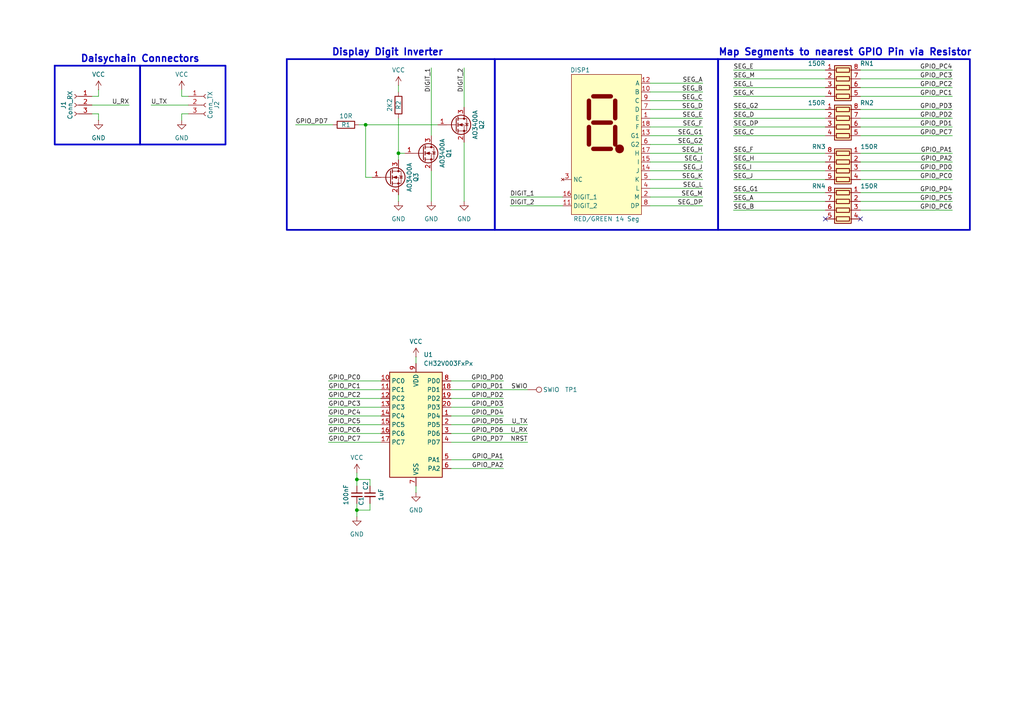
<source format=kicad_sch>
(kicad_sch (version 20231120) (generator "eeschema") (generator_version "8.0")
  (paper "A4")
  (title_block (title "00314S2D-ASCII") (date "2024-09-15") (rev "MkI"))
  (lib_symbols
    (symbol "14_Seg_2_Digit_Display:14_Seg_2_Digit_Display"
      (property "Reference" "DISP" (at -8.128 21.336 0))
      (symbol "14_Seg_2_Digit_Display_1_1"
        (rectangle (start -10.16 20.32) (end 10.16 -20.32) (fill (type background)))
        (polyline (pts (xy -5.08 5.08) (xy -5.08 0)) (stroke (width 1.27)))
        (polyline (pts (xy -5.08 12.7) (xy -5.08 7.62)) (stroke (width 1.27)))
        (polyline (pts (xy -3.81 -1.27) (xy 1.27 -1.27)) (stroke (width 1.27)))
        (polyline (pts (xy -3.81 13.97) (xy 1.27 13.97)) (stroke (width 1.27)))
        (polyline (pts (xy 1.27 6.35) (xy -3.81 6.35)) (stroke (width 1.27)))
        (polyline (pts (xy 2.54 0) (xy 2.54 5.08)) (stroke (width 1.27)))
        (polyline (pts (xy 2.54 12.7) (xy 2.54 7.62)) (stroke (width 1.27)))
        (circle (center 3.81 -1.27) (radius 0.0001) (stroke (width 1.27)))
        (pin input line (at 12.7 7.62 180) (length 2.54) (name "E") (number "1"))
        (pin input line (at 12.7 15.24 180) (length 2.54) (name "B") (number "10"))
        (pin input line (at -12.7 -17.78 0) (length 2.54) (name "DIGIT_2") (number "11"))
        (pin input line (at 12.7 17.78 180) (length 2.54) (name "A") (number "12"))
        (pin input line (at 12.7 2.54 180) (length 2.54) (name "G1") (number "13"))
        (pin input line (at 12.7 -7.62 180) (length 2.54) (name "J") (number "14"))
        (pin input line (at 12.7 -5.08 180) (length 2.54) (name "I") (number "15"))
        (pin input line (at -12.7 -15.24 0) (length 2.54) (name "DIGIT_1") (number "16"))
        (pin input line (at 12.7 -2.54 180) (length 2.54) (name "H") (number "17"))
        (pin input line (at 12.7 5.08 180) (length 2.54) (name "F") (number "18"))
        (pin input line (at 12.7 -15.24 180) (length 2.54) (name "M") (number "2"))
        (pin no_connect line (at -12.7 -10.16 0) (length 2.54) (name "NC") (number "3"))
        (pin input line (at 12.7 -12.7 180) (length 2.54) (name "L") (number "4"))
        (pin input line (at 12.7 -10.16 180) (length 2.54) (name "K") (number "5"))
        (pin input line (at 12.7 0 180) (length 2.54) (name "G2") (number "6"))
        (pin input line (at 12.7 10.16 180) (length 2.54) (name "D") (number "7"))
        (pin input line (at 12.7 -17.78 180) (length 2.54) (name "DP") (number "8"))
        (pin input line (at 12.7 12.7 180) (length 2.54) (name "C") (number "9"))
      )
    )
    (symbol "Connector:Conn_01x03_Socket" (pin_names (offset 1.016) hide)
      (property "Reference" "J" (at 0 5.08 0))
      (property "Value" "Conn_01x03_Socket" (at 0 -5.08 0))
      (symbol "Conn_01x03_Socket_1_1"
        (arc (start 0 -2.032) (mid -0.5058 -2.54) (end 0 -3.048) (stroke (width 0.1524)))
        (polyline (pts (xy -1.27 -2.54) (xy -0.508 -2.54)) (stroke (width 0.1524)))
        (polyline (pts (xy -1.27 0) (xy -0.508 0)) (stroke (width 0.1524)))
        (polyline (pts (xy -1.27 2.54) (xy -0.508 2.54)) (stroke (width 0.1524)))
        (arc (start 0 0.508) (mid -0.5058 0) (end 0 -0.508) (stroke (width 0.1524)))
        (arc (start 0 3.048) (mid -0.5058 2.54) (end 0 2.032) (stroke (width 0.1524)))
        (pin passive line (at -5.08 2.54 0) (length 3.81) (name "Pin_1") (number "1"))
        (pin passive line (at -5.08 0 0) (length 3.81) (name "Pin_2") (number "2"))
        (pin passive line (at -5.08 -2.54 0) (length 3.81) (name "Pin_3") (number "3"))
      )
    )
    (symbol "Connector:TestPoint" (pin_numbers hide) (pin_names (offset 0.762) hide)
      (property "Reference" "TP" (at 0 6.858 0))
      (property "Value" "TestPoint" (at 0 5.08 0))
      (symbol "TestPoint_0_1"
        (circle (center 0 3.302) (radius 0.762))
      )
      (symbol "TestPoint_1_1"
        (pin passive line (at 0 0 90) (length 2.54) (name "1") (number "1"))
      )
    )
    (symbol "Device:C_Small" (pin_numbers hide) (pin_names (offset 0.254) hide)
      (property "Reference" "C" (at 0.254 1.778 0))
      (property "Value" "C_Small" (at 0.254 -2.032 0))
      (symbol "C_Small_0_1"
        (polyline (pts (xy -1.524 -0.508) (xy 1.524 -0.508)) (stroke (width 0.3302)))
        (polyline (pts (xy -1.524 0.508) (xy 1.524 0.508)) (stroke (width 0.3048)))
      )
      (symbol "C_Small_1_1"
        (pin passive line (at 0 2.54 270) (length 2.032) (name "~") (number "1"))
        (pin passive line (at 0 -2.54 90) (length 2.032) (name "~") (number "2"))
      )
    )
    (symbol "Device:R" (pin_numbers hide) (pin_names (offset 0))
      (property "Reference" "R" (at 2.032 0 90))
      (property "Value" "R" (at 0 0 90))
      (symbol "R_0_1"
        (rectangle (start -1.016 -2.54) (end 1.016 2.54) (stroke (width 0.254)))
      )
      (symbol "R_1_1"
        (pin passive line (at 0 3.81 270) (length 1.27) (name "~") (number "1"))
        (pin passive line (at 0 -3.81 90) (length 1.27) (name "~") (number "2"))
      )
    )
    (symbol "Device:R_Pack04" (pin_names (offset 0) hide)
      (property "Reference" "RN" (at -7.62 0 90))
      (property "Value" "R_Pack04" (at 5.08 0 90))
      (symbol "R_Pack04_0_1"
        (rectangle (start -6.35 -2.413) (end 3.81 2.413) (stroke (width 0.254)) (fill (type background)))
        (rectangle (start -5.715 1.905) (end -4.445 -1.905) (stroke (width 0.254)))
        (rectangle (start -3.175 1.905) (end -1.905 -1.905) (stroke (width 0.254)))
        (rectangle (start -0.635 1.905) (end 0.635 -1.905) (stroke (width 0.254)))
        (polyline (pts (xy -5.08 -2.54) (xy -5.08 -1.905)))
        (polyline (pts (xy -5.08 1.905) (xy -5.08 2.54)))
        (polyline (pts (xy -2.54 -2.54) (xy -2.54 -1.905)))
        (polyline (pts (xy -2.54 1.905) (xy -2.54 2.54)))
        (polyline (pts (xy 0 -2.54) (xy 0 -1.905)))
        (polyline (pts (xy 0 1.905) (xy 0 2.54)))
        (polyline (pts (xy 2.54 -2.54) (xy 2.54 -1.905)))
        (polyline (pts (xy 2.54 1.905) (xy 2.54 2.54)))
        (rectangle (start 1.905 1.905) (end 3.175 -1.905) (stroke (width 0.254)))
      )
      (symbol "R_Pack04_1_1"
        (pin passive line (at -5.08 -5.08 90) (length 2.54) (name "R1.1") (number "1"))
        (pin passive line (at -2.54 -5.08 90) (length 2.54) (name "R2.1") (number "2"))
        (pin passive line (at 0 -5.08 90) (length 2.54) (name "R3.1") (number "3"))
        (pin passive line (at 2.54 -5.08 90) (length 2.54) (name "R4.1") (number "4"))
        (pin passive line (at 2.54 5.08 270) (length 2.54) (name "R4.2") (number "5"))
        (pin passive line (at 0 5.08 270) (length 2.54) (name "R3.2") (number "6"))
        (pin passive line (at -2.54 5.08 270) (length 2.54) (name "R2.2") (number "7"))
        (pin passive line (at -5.08 5.08 270) (length 2.54) (name "R1.2") (number "8"))
      )
    )
    (symbol "MCU_WCH_CH32V0:CH32V003FxPx"
      (property "Reference" "U" (at -7.62 17.78 0))
      (property "Value" "CH32V003FxPx" (at 7.62 17.78 0))
      (symbol "CH32V003FxPx_1_1"
        (rectangle (start -7.62 15.24) (end 7.62 -15.24) (stroke (width 0.254)) (fill (type background)))
        (pin bidirectional line (at 10.16 2.54 180) (length 2.54) (name "PD4") (number "1"))
        (pin bidirectional line (at -10.16 12.7 0) (length 2.54) (name "PC0") (number "10"))
        (pin bidirectional line (at -10.16 10.16 0) (length 2.54) (name "PC1") (number "11"))
        (pin bidirectional line (at -10.16 7.62 0) (length 2.54) (name "PC2") (number "12"))
        (pin bidirectional line (at -10.16 5.08 0) (length 2.54) (name "PC3") (number "13"))
        (pin bidirectional line (at -10.16 2.54 0) (length 2.54) (name "PC4") (number "14"))
        (pin bidirectional line (at -10.16 0 0) (length 2.54) (name "PC5") (number "15"))
        (pin bidirectional line (at -10.16 -2.54 0) (length 2.54) (name "PC6") (number "16"))
        (pin bidirectional line (at -10.16 -5.08 0) (length 2.54) (name "PC7") (number "17"))
        (pin bidirectional line (at 10.16 10.16 180) (length 2.54) (name "PD1") (number "18"))
        (pin bidirectional line (at 10.16 7.62 180) (length 2.54) (name "PD2") (number "19"))
        (pin bidirectional line (at 10.16 0 180) (length 2.54) (name "PD5") (number "2"))
        (pin bidirectional line (at 10.16 5.08 180) (length 2.54) (name "PD3") (number "20"))
        (pin bidirectional line (at 10.16 -2.54 180) (length 2.54) (name "PD6") (number "3"))
        (pin bidirectional line (at 10.16 -5.08 180) (length 2.54) (name "PD7") (number "4"))
        (pin bidirectional line (at 10.16 -10.16 180) (length 2.54) (name "PA1") (number "5"))
        (pin bidirectional line (at 10.16 -12.7 180) (length 2.54) (name "PA2") (number "6"))
        (pin power_in line (at 0 -17.78 90) (length 2.54) (name "VSS") (number "7"))
        (pin bidirectional line (at 10.16 12.7 180) (length 2.54) (name "PD0") (number "8"))
        (pin power_in line (at 0 17.78 270) (length 2.54) (name "VDD") (number "9"))
      )
    )
    (symbol "Transistor_FET:AO3400A" (pin_names hide)
      (property "Reference" "Q" (at 5.08 1.905 0))
      (property "Value" "AO3400A" (at 5.08 0 0))
      (symbol "AO3400A_0_1"
        (polyline (pts (xy 0.254 0) (xy -2.54 0)))
        (polyline (pts (xy 0.254 1.905) (xy 0.254 -1.905)) (stroke (width 0.254)))
        (polyline (pts (xy 0.762 -1.27) (xy 0.762 -2.286)) (stroke (width 0.254)))
        (polyline (pts (xy 0.762 0.508) (xy 0.762 -0.508)) (stroke (width 0.254)))
        (polyline (pts (xy 0.762 2.286) (xy 0.762 1.27)) (stroke (width 0.254)))
        (polyline (pts (xy 2.54 2.54) (xy 2.54 1.778)))
        (polyline (pts (xy 2.54 -2.54) (xy 2.54 0) (xy 0.762 0)))
        (polyline (pts (xy 0.762 -1.778) (xy 3.302 -1.778) (xy 3.302 1.778) (xy 0.762 1.778)))
        (polyline (pts (xy 1.016 0) (xy 2.032 0.381) (xy 2.032 -0.381) (xy 1.016 0)) (fill (type outline)))
        (polyline (pts (xy 2.794 0.508) (xy 2.921 0.381) (xy 3.683 0.381) (xy 3.81 0.254)))
        (polyline (pts (xy 3.302 0.381) (xy 2.921 -0.254) (xy 3.683 -0.254) (xy 3.302 0.381)))
        (circle (center 1.651 0) (radius 2.794) (stroke (width 0.254)))
        (circle (center 2.54 -1.778) (radius 0.254) (fill (type outline)))
        (circle (center 2.54 1.778) (radius 0.254) (fill (type outline)))
      )
      (symbol "AO3400A_1_1"
        (pin input line (at -5.08 0 0) (length 2.54) (name "G") (number "1"))
        (pin passive line (at 2.54 -5.08 90) (length 2.54) (name "S") (number "2"))
        (pin passive line (at 2.54 5.08 270) (length 2.54) (name "D") (number "3"))
      )
    )
    (symbol "power:GND" (power) (pin_numbers hide) (pin_names (offset 0) hide)
      (property "Value" "GND" (at 0 -3.81 0))
      (symbol "GND_0_1"
        (polyline (pts (xy 0 0) (xy 0 -1.27) (xy 1.27 -1.27) (xy 0 -2.54) (xy -1.27 -1.27) (xy 0 -1.27)))
      )
      (symbol "GND_1_1"
        (pin power_in line (at 0 0 270) (length 0) (name "~") (number "1"))
      )
    )
    (symbol "power:VCC" (power) (pin_numbers hide) (pin_names (offset 0) hide)
      (property "Value" "VCC" (at 0 3.556 0))
      (symbol "VCC_0_1"
        (polyline (pts (xy -0.762 1.27) (xy 0 2.54)))
        (polyline (pts (xy 0 0) (xy 0 2.54)))
        (polyline (pts (xy 0 2.54) (xy 0.762 1.27)))
      )
      (symbol "VCC_1_1"
        (pin power_in line (at 0 0 90) (length 0) (name "~") (number "1"))
      )
    )
  )
  (junction (at 106.045 36.195))
  (junction (at 115.57 44.45))
  (junction (at 103.505 147.955))
  (junction (at 103.505 139.065))
  (no_connect (at 249.555 63.5))
  (no_connect (at 239.395 63.5))
  (wire (pts (xy 28.575 33.02) (xy 28.575 34.925)))
  (wire (pts (xy 130.81 128.27) (xy 153.035 128.27)))
  (wire (pts (xy 52.705 33.02) (xy 52.705 34.925)))
  (wire (pts (xy 212.725 20.32) (xy 239.395 20.32)))
  (wire (pts (xy 249.555 52.07) (xy 276.225 52.07)))
  (wire (pts (xy 249.555 20.32) (xy 276.225 20.32)))
  (wire (pts (xy 212.725 58.42) (xy 239.395 58.42)))
  (wire (pts (xy 107.315 147.955) (xy 107.315 146.05)))
  (wire (pts (xy 95.25 113.03) (xy 110.49 113.03)))
  (wire (pts (xy 188.595 46.99) (xy 203.835 46.99)))
  (wire (pts (xy 212.725 22.86) (xy 239.395 22.86)))
  (wire (pts (xy 103.505 146.05) (xy 103.505 147.955)))
  (wire (pts (xy 249.555 58.42) (xy 276.225 58.42)))
  (wire (pts (xy 188.595 49.53) (xy 203.835 49.53)))
  (wire (pts (xy 188.595 44.45) (xy 203.835 44.45)))
  (wire (pts (xy 26.67 30.48) (xy 37.465 30.48)))
  (wire (pts (xy 188.595 41.91) (xy 203.835 41.91)))
  (wire (pts (xy 28.575 26.035) (xy 28.575 27.94)))
  (wire (pts (xy 26.67 33.02) (xy 28.575 33.02)))
  (wire (pts (xy 43.815 30.48) (xy 54.61 30.48)))
  (wire (pts (xy 130.81 123.19) (xy 153.035 123.19)))
  (wire (pts (xy 54.61 27.94) (xy 52.705 27.94)))
  (wire (pts (xy 130.81 120.65) (xy 146.05 120.65)))
  (wire (pts (xy 104.14 36.195) (xy 106.045 36.195)))
  (wire (pts (xy 120.65 140.97) (xy 120.65 142.875)))
  (wire (pts (xy 95.25 120.65) (xy 110.49 120.65)))
  (wire (pts (xy 188.595 34.29) (xy 203.835 34.29)))
  (wire (pts (xy 212.725 60.96) (xy 239.395 60.96)))
  (wire (pts (xy 212.725 55.88) (xy 239.395 55.88)))
  (wire (pts (xy 106.045 51.435) (xy 107.95 51.435)))
  (wire (pts (xy 103.505 140.97) (xy 103.505 139.065)))
  (wire (pts (xy 130.81 133.35) (xy 146.05 133.35)))
  (wire (pts (xy 249.555 55.88) (xy 276.225 55.88)))
  (wire (pts (xy 249.555 31.75) (xy 276.225 31.75)))
  (wire (pts (xy 130.81 118.11) (xy 146.05 118.11)))
  (wire (pts (xy 212.725 34.29) (xy 239.395 34.29)))
  (wire (pts (xy 249.555 60.96) (xy 276.225 60.96)))
  (wire (pts (xy 249.555 22.86) (xy 276.225 22.86)))
  (wire (pts (xy 188.595 54.61) (xy 203.835 54.61)))
  (wire (pts (xy 212.725 25.4) (xy 239.395 25.4)))
  (wire (pts (xy 212.725 27.94) (xy 239.395 27.94)))
  (wire (pts (xy 188.595 31.75) (xy 203.835 31.75)))
  (wire (pts (xy 188.595 26.67) (xy 203.835 26.67)))
  (wire (pts (xy 188.595 24.13) (xy 203.835 24.13)))
  (wire (pts (xy 115.57 24.765) (xy 115.57 26.67)))
  (wire (pts (xy 115.57 34.29) (xy 115.57 44.45)))
  (wire (pts (xy 249.555 27.94) (xy 276.225 27.94)))
  (wire (pts (xy 115.57 44.45) (xy 117.475 44.45)))
  (wire (pts (xy 127 36.195) (xy 106.045 36.195)))
  (wire (pts (xy 85.725 36.195) (xy 96.52 36.195)))
  (wire (pts (xy 249.555 46.99) (xy 276.225 46.99)))
  (wire (pts (xy 212.725 46.99) (xy 239.395 46.99)))
  (wire (pts (xy 188.595 39.37) (xy 203.835 39.37)))
  (wire (pts (xy 249.555 34.29) (xy 276.225 34.29)))
  (wire (pts (xy 115.57 56.515) (xy 115.57 58.42)))
  (wire (pts (xy 188.595 52.07) (xy 203.835 52.07)))
  (wire (pts (xy 115.57 44.45) (xy 115.57 46.355)))
  (wire (pts (xy 95.25 115.57) (xy 110.49 115.57)))
  (wire (pts (xy 95.25 123.19) (xy 110.49 123.19)))
  (wire (pts (xy 130.81 113.03) (xy 153.035 113.03)))
  (wire (pts (xy 95.25 110.49) (xy 110.49 110.49)))
  (wire (pts (xy 249.555 36.83) (xy 276.225 36.83)))
  (wire (pts (xy 103.505 139.065) (xy 107.315 139.065)))
  (wire (pts (xy 95.25 128.27) (xy 110.49 128.27)))
  (wire (pts (xy 134.62 41.275) (xy 134.62 58.42)))
  (wire (pts (xy 249.555 39.37) (xy 276.225 39.37)))
  (wire (pts (xy 249.555 49.53) (xy 276.225 49.53)))
  (wire (pts (xy 130.81 110.49) (xy 146.05 110.49)))
  (wire (pts (xy 130.81 135.89) (xy 146.05 135.89)))
  (wire (pts (xy 103.505 137.16) (xy 103.505 139.065)))
  (wire (pts (xy 130.81 125.73) (xy 153.035 125.73)))
  (wire (pts (xy 188.595 57.15) (xy 203.835 57.15)))
  (wire (pts (xy 188.595 36.83) (xy 203.835 36.83)))
  (wire (pts (xy 130.81 115.57) (xy 146.05 115.57)))
  (wire (pts (xy 212.725 36.83) (xy 239.395 36.83)))
  (wire (pts (xy 212.725 52.07) (xy 239.395 52.07)))
  (wire (pts (xy 125.095 19.685) (xy 125.095 39.37)))
  (wire (pts (xy 147.955 59.69) (xy 163.195 59.69)))
  (wire (pts (xy 212.725 31.75) (xy 239.395 31.75)))
  (wire (pts (xy 95.25 118.11) (xy 110.49 118.11)))
  (wire (pts (xy 120.65 103.505) (xy 120.65 105.41)))
  (wire (pts (xy 134.62 19.685) (xy 134.62 31.115)))
  (wire (pts (xy 249.555 44.45) (xy 276.225 44.45)))
  (wire (pts (xy 54.61 33.02) (xy 52.705 33.02)))
  (wire (pts (xy 107.315 139.065) (xy 107.315 140.97)))
  (wire (pts (xy 106.045 36.195) (xy 106.045 51.435)))
  (wire (pts (xy 249.555 25.4) (xy 276.225 25.4)))
  (wire (pts (xy 188.595 59.69) (xy 203.835 59.69)))
  (wire (pts (xy 212.725 49.53) (xy 239.395 49.53)))
  (wire (pts (xy 103.505 147.955) (xy 103.505 149.86)))
  (wire (pts (xy 26.67 27.94) (xy 28.575 27.94)))
  (wire (pts (xy 52.705 26.035) (xy 52.705 27.94)))
  (wire (pts (xy 212.725 39.37) (xy 239.395 39.37)))
  (wire (pts (xy 212.725 44.45) (xy 239.395 44.45)))
  (wire (pts (xy 95.25 125.73) (xy 110.49 125.73)))
  (wire (pts (xy 188.595 29.21) (xy 203.835 29.21)))
  (wire (pts (xy 103.505 147.955) (xy 107.315 147.955)))
  (wire (pts (xy 147.955 57.15) (xy 163.195 57.15)))
  (wire (pts (xy 125.095 58.42) (xy 125.095 49.53)))
  (rectangle (start 208.28 17.145) (end 281.305 66.675) (stroke (width 0.5)))
  (rectangle (start 40.64 19.05) (end 65.405 41.91) (stroke (width 0.5)))
  (rectangle (start 143.51 17.145) (end 208.28 66.675) (stroke (width 0.5)))
  (rectangle (start 83.185 17.145) (end 143.51 66.675) (stroke (width 0.5)))
  (rectangle (start 15.875 19.05) (end 40.64 41.91) (stroke (width 0.5)))
  (text "Display Digit Inverter" (at 112.395 15.24 0) (effects (font (size 2 2) (thickness 0.4) (bold yes))))
  (text "Map Segments to nearest GPIO Pin via Resistor" (at 245.11 15.24 0) (effects (font (size 2 2) (thickness 0.4) (bold yes))))
  (text "Daisychain Connectors" (at 40.64 17.145 0) (effects (font (size 2 2) (thickness 0.4) (bold yes))))
  (label "SEG_D" (at 203.835 31.75 180))
  (label "SEG_H" (at 203.835 44.45 180))
  (label "DIGIT_1" (at 147.955 57.15 0))
  (label "GPIO_PD0" (at 146.05 110.49 180))
  (label "U_RX" (at 37.465 30.48 180))
  (label "GPIO_PD7" (at 85.725 36.195 0))
  (label "GPIO_PD1" (at 146.05 113.03 180))
  (label "GPIO_PD2" (at 276.225 34.29 180))
  (label "GPIO_PC6" (at 95.25 125.73 0))
  (label "GPIO_PC3" (at 95.25 118.11 0))
  (label "SEG_B" (at 203.835 26.67 180))
  (label "GPIO_PC1" (at 276.225 27.94 180))
  (label "SEG_B" (at 212.725 60.96 0))
  (label "SEG_D" (at 212.725 34.29 0))
  (label "DIGIT_1" (at 125.095 19.685 270))
  (label "DIGIT_2" (at 147.955 59.69 0))
  (label "SEG_J" (at 212.725 52.07 0))
  (label "GPIO_PC4" (at 276.225 20.32 180))
  (label "SEG_A" (at 212.725 58.42 0))
  (label "SEG_L" (at 203.835 54.61 180))
  (label "U_TX" (at 153.035 123.19 180))
  (label "GPIO_PC6" (at 276.225 60.96 180))
  (label "SEG_A" (at 203.835 24.13 180))
  (label "GPIO_PC1" (at 95.25 113.03 0))
  (label "SEG_H" (at 212.725 46.99 0))
  (label "SWIO" (at 153.035 113.03 180))
  (label "GPIO_PA1" (at 146.05 133.35 180))
  (label "GPIO_PD3" (at 276.225 31.75 180))
  (label "SEG_I" (at 203.835 46.99 180))
  (label "GPIO_PD4" (at 276.225 55.88 180))
  (label "NRST" (at 153.035 128.27 180))
  (label "SEG_G2" (at 212.725 31.75 0))
  (label "GPIO_PA2" (at 146.05 135.89 180))
  (label "GPIO_PD6" (at 146.05 125.73 180))
  (label "SEG_M" (at 212.725 22.86 0))
  (label "SEG_F" (at 212.725 44.45 0))
  (label "U_TX" (at 43.815 30.48 0))
  (label "GPIO_PC0" (at 276.225 52.07 180))
  (label "DIGIT_2" (at 134.62 19.685 270))
  (label "GPIO_PD4" (at 146.05 120.65 180))
  (label "GPIO_PD7" (at 146.05 128.27 180))
  (label "GPIO_PC2" (at 276.225 25.4 180))
  (label "GPIO_PA2" (at 276.225 46.99 180))
  (label "SEG_G2" (at 203.835 41.91 180))
  (label "SEG_I" (at 212.725 49.53 0))
  (label "SEG_C" (at 203.835 29.21 180))
  (label "SEG_L" (at 212.725 25.4 0))
  (label "SEG_E" (at 203.835 34.29 180))
  (label "GPIO_PC2" (at 95.25 115.57 0))
  (label "SEG_G1" (at 203.835 39.37 180))
  (label "SEG_C" (at 212.725 39.37 0))
  (label "GPIO_PC0" (at 95.25 110.49 0))
  (label "GPIO_PA1" (at 276.225 44.45 180))
  (label "SEG_K" (at 203.835 52.07 180))
  (label "GPIO_PC5" (at 95.25 123.19 0))
  (label "GPIO_PC5" (at 276.225 58.42 180))
  (label "SEG_DP" (at 203.835 59.69 180))
  (label "U_RX" (at 153.035 125.73 180))
  (label "GPIO_PC4" (at 95.25 120.65 0))
  (label "SEG_K" (at 212.725 27.94 0))
  (label "SEG_F" (at 203.835 36.83 180))
  (label "GPIO_PD0" (at 276.225 49.53 180))
  (label "SEG_G1" (at 212.725 55.88 0))
  (label "SEG_E" (at 212.725 20.32 0))
  (label "GPIO_PD3" (at 146.05 118.11 180))
  (label "GPIO_PC3" (at 276.225 22.86 180))
  (label "SEG_J" (at 203.835 49.53 180))
  (label "GPIO_PD5" (at 146.05 123.19 180))
  (label "GPIO_PD2" (at 146.05 115.57 180))
  (label "SEG_M" (at 203.835 57.15 180))
  (label "GPIO_PD1" (at 276.225 36.83 180))
  (label "GPIO_PC7" (at 276.225 39.37 180))
  (label "SEG_DP" (at 212.725 36.83 0))
  (label "GPIO_PC7" (at 95.25 128.27 0))
  (symbol (lib_id "power:GND") (at 52.705 34.925 0) (unit 1)
    (property "Reference" "#PWR08" (effects (hide yes)))
    (property "Value" "GND" (at 52.705 40.005 0))
    (property "Description" "Power symbol creates a global label with name \"GND\" , ground" (effects (hide yes)))
  )
  (symbol (lib_id "Device:C_Small") (at 107.315 143.51 0) (unit 1)
    (property "Reference" "C2" (at 106.045 142.24 90) (effects (justify left)))
    (property "Value" "1uF" (at 110.49 143.51 90))
    (property "Footprint" "Capacitor_SMD:C_0603_1608Metric" (effects (hide yes)))
    (property "Description" "Unpolarized capacitor, small symbol" (effects (hide yes)))
  )
  (symbol (lib_id "power:VCC") (at 28.575 26.035 0) (unit 1)
    (property "Reference" "#PWR05" (effects (hide yes)))
    (property "Value" "VCC" (at 28.575 21.59 0))
    (property "Description" "Power symbol creates a global label with name \"VCC\"" (effects (hide yes)))
  )
  (symbol (lib_id "Device:R_Pack04") (at 244.475 25.4 270) (unit 1)
    (property "Reference" "RN1" (at 251.46 18.415 90))
    (property "Value" "150R" (at 236.855 18.415 90))
    (property "Footprint" "Resistor_SMD:R_Array_Convex_4x0603" (effects (hide yes)))
    (property "Description" "4 resistor network, parallel topology" (effects (hide yes)))
  )
  (symbol (lib_id "Connector:Conn_01x03_Socket") (at 21.59 30.48 0) (mirror y) (unit 1)
    (property "Reference" "J1" (at 18.415 30.48 90))
    (property "Value" "Conn_RX" (at 20.32 30.48 90))
    (property "Footprint" "Project_Footprints:Conn_Daisy_Chain" (effects (hide yes)))
    (property "Description" "Generic connector, single row, 01x03, script generated" (effects (hide yes)))
  )
  (symbol (lib_id "power:VCC") (at 115.57 24.765 0) (unit 1)
    (property "Reference" "#PWR014" (effects (hide yes)))
    (property "Value" "VCC" (at 115.57 20.32 0))
    (property "Description" "Power symbol creates a global label with name \"VCC\"" (effects (hide yes)))
  )
  (symbol (lib_id "power:VCC") (at 120.65 103.505 0) (unit 1)
    (property "Reference" "#PWR03" (effects (hide yes)))
    (property "Value" "VCC" (at 120.65 99.06 0))
    (property "Description" "Power symbol creates a global label with name \"VCC\"" (effects (hide yes)))
  )
  (symbol (lib_id "power:GND") (at 115.57 58.42 0) (unit 1)
    (property "Reference" "#PWR013" (effects (hide yes)))
    (property "Value" "GND" (at 115.57 63.5 0))
    (property "Description" "Power symbol creates a global label with name \"GND\" , ground" (effects (hide yes)))
  )
  (symbol (lib_id "Device:R") (at 115.57 30.48 180) (unit 1)
    (property "Reference" "R2" (at 115.57 30.48 90))
    (property "Value" "2K2" (at 113.03 30.48 90))
    (property "Footprint" "Resistor_SMD:R_0603_1608Metric" (effects (hide yes)))
    (property "Description" "Resistor" (effects (hide yes)))
  )
  (symbol (lib_id "power:VCC") (at 103.505 137.16 0) (unit 1)
    (property "Reference" "#PWR09" (effects (hide yes)))
    (property "Value" "VCC" (at 103.505 132.715 0))
    (property "Description" "Power symbol creates a global label with name \"VCC\"" (effects (hide yes)))
  )
  (symbol (lib_id "Device:R_Pack04") (at 244.475 60.96 90) (mirror x) (unit 1)
    (property "Reference" "RN4" (at 237.49 53.975 90))
    (property "Value" "150R" (at 252.095 53.975 90))
    (property "Footprint" "Resistor_SMD:R_Array_Convex_4x0603" (effects (hide yes)))
    (property "Description" "4 resistor network, parallel topology" (effects (hide yes)))
  )
  (symbol (lib_id "Device:R_Pack04") (at 244.475 49.53 90) (mirror x) (unit 1)
    (property "Reference" "RN3" (at 237.49 42.545 90))
    (property "Value" "150R" (at 252.095 42.545 90))
    (property "Footprint" "Resistor_SMD:R_Array_Convex_4x0603" (effects (hide yes)))
    (property "Description" "4 resistor network, parallel topology" (effects (hide yes)))
  )
  (symbol (lib_id "Device:R_Pack04") (at 244.475 36.83 270) (unit 1)
    (property "Reference" "RN2" (at 251.46 29.845 90))
    (property "Value" "150R" (at 236.855 29.845 90))
    (property "Footprint" "Resistor_SMD:R_Array_Convex_4x0603" (effects (hide yes)))
    (property "Description" "4 resistor network, parallel topology" (effects (hide yes)))
  )
  (symbol (lib_id "power:VCC") (at 52.705 26.035 0) (unit 1)
    (property "Reference" "#PWR07" (effects (hide yes)))
    (property "Value" "VCC" (at 52.705 21.59 0))
    (property "Description" "Power symbol creates a global label with name \"VCC\"" (effects (hide yes)))
  )
  (symbol (lib_id "Transistor_FET:AO3400A") (at 122.555 44.45 0) (unit 1)
    (property "Reference" "Q1" (at 130.175 44.45 90))
    (property "Value" "AO3400A" (at 128.27 44.45 90))
    (property "Footprint" "Project_Footprints:SOT-23_Clean" (effects (hide yes)))
    (property "Datasheet" "http://www.aosmd.com/pdfs/datasheet/AO3400A.pdf" (effects (hide yes)))
    (property "Description" "30V Vds, 5.7A Id, N-Channel MOSFET, SOT-23" (effects (hide yes)))
  )
  (symbol (lib_id "power:GND") (at 125.095 58.42 0) (unit 1)
    (property "Reference" "#PWR011" (effects (hide yes)))
    (property "Value" "GND" (at 125.095 63.5 0))
    (property "Description" "Power symbol creates a global label with name \"GND\" , ground" (effects (hide yes)))
  )
  (symbol (lib_id "power:GND") (at 120.65 142.875 0) (unit 1)
    (property "Reference" "#PWR02" (effects (hide yes)))
    (property "Value" "GND" (at 120.65 147.955 0))
    (property "Description" "Power symbol creates a global label with name \"GND\" , ground" (effects (hide yes)))
  )
  (symbol (lib_id "Device:C_Small") (at 103.505 143.51 0) (unit 1)
    (property "Reference" "C1" (at 104.775 146.685 90) (effects (justify left)))
    (property "Value" "100nF" (at 100.33 143.51 90))
    (property "Footprint" "Capacitor_SMD:C_0603_1608Metric" (effects (hide yes)))
    (property "Description" "Unpolarized capacitor, small symbol" (effects (hide yes)))
  )
  (symbol (lib_id "Connector:TestPoint") (at 153.035 113.03 270) (unit 1)
    (property "Reference" "TP1" (at 163.83 113.03 90) (effects (justify left)))
    (property "Value" "SWIO" (at 157.48 113.03 90) (effects (justify left)))
    (property "Footprint" "TestPoint:TestPoint_Pad_D1.0mm" (effects (hide yes)))
    (property "Description" "test point" (effects (hide yes)))
  )
  (symbol (lib_id "power:GND") (at 103.505 149.86 0) (unit 1)
    (property "Reference" "#PWR010" (effects (hide yes)))
    (property "Value" "GND" (at 103.505 154.94 0))
    (property "Description" "Power symbol creates a global label with name \"GND\" , ground" (effects (hide yes)))
  )
  (symbol (lib_id "14_Seg_2_Digit_Display:14_Seg_2_Digit_Display") (at 175.895 41.91 0) (unit 1)
    (property "Reference" "DISP1" (at 168.275 20.32 0))
    (property "Value" "RED/GREEN 14 Seg" (at 175.895 63.5 0))
    (property "Footprint" "Project_Footprints:14_Seg_2_Digit_Display" (effects (hide yes)))
  )
  (symbol (lib_id "Device:R") (at 100.33 36.195 90) (unit 1)
    (property "Reference" "R1" (at 100.33 36.195 90))
    (property "Value" "10R" (at 100.33 33.655 90))
    (property "Footprint" "Resistor_SMD:R_0603_1608Metric" (effects (hide yes)))
    (property "Description" "Resistor" (effects (hide yes)))
  )
  (symbol (lib_id "MCU_WCH_CH32V0:CH32V003FxPx") (at 120.65 123.19 0) (unit 1)
    (property "Reference" "U1" (at 122.8441 102.87 0) (effects (justify left)))
    (property "Value" "CH32V003FxPx" (at 122.8441 105.41 0) (effects (justify left)))
    (property "Footprint" "Package_SO:TSSOP-20_4.4x6.5mm_P0.65mm" (effects (hide yes)))
    (property "Datasheet" "https://www.wch-ic.com/products/CH32V003.html" (effects (hide yes)))
    (property "Description" "CH32V003 series are industrial-grade general-purpose microcontrollers designed based on 32-bit RISC-V instruction set and architecture. It adopts QingKe V2A core, RV32EC instruction set, and supports 2 levels of interrupt nesting. The series are mounted with rich peripheral interfaces and function modules. Its internal organizational structure meets the low-cost and low-power embedded application scenarios." (effects (hide yes)))
  )
  (symbol (lib_id "power:GND") (at 28.575 34.925 0) (unit 1)
    (property "Reference" "#PWR06" (effects (hide yes)))
    (property "Value" "GND" (at 28.575 40.005 0))
    (property "Description" "Power symbol creates a global label with name \"GND\" , ground" (effects (hide yes)))
  )
  (symbol (lib_id "Transistor_FET:AO3400A") (at 113.03 51.435 0) (unit 1)
    (property "Reference" "Q3" (at 120.65 51.435 90))
    (property "Value" "AO3400A" (at 118.745 51.435 90))
    (property "Footprint" "Project_Footprints:SOT-23_Clean" (effects (hide yes)))
    (property "Datasheet" "http://www.aosmd.com/pdfs/datasheet/AO3400A.pdf" (effects (hide yes)))
    (property "Description" "30V Vds, 5.7A Id, N-Channel MOSFET, SOT-23" (effects (hide yes)))
  )
  (symbol (lib_id "power:GND") (at 134.62 58.42 0) (unit 1)
    (property "Reference" "#PWR012" (effects (hide yes)))
    (property "Value" "GND" (at 134.62 63.5 0))
    (property "Description" "Power symbol creates a global label with name \"GND\" , ground" (effects (hide yes)))
  )
  (symbol (lib_id "Connector:Conn_01x03_Socket") (at 59.69 30.48 0) (unit 1)
    (property "Reference" "J2" (at 62.865 30.48 90))
    (property "Value" "Conn_TX" (at 60.96 30.48 90))
    (property "Footprint" "Project_Footprints:Conn_Daisy_Chain" (effects (hide yes)))
    (property "Description" "Generic connector, single row, 01x03, script generated" (effects (hide yes)))
  )
  (symbol (lib_id "Transistor_FET:AO3400A") (at 132.08 36.195 0) (unit 1)
    (property "Reference" "Q2" (at 139.7 36.195 90))
    (property "Value" "AO3400A" (at 137.795 36.195 90))
    (property "Footprint" "Project_Footprints:SOT-23_Clean" (effects (hide yes)))
    (property "Datasheet" "http://www.aosmd.com/pdfs/datasheet/AO3400A.pdf" (effects (hide yes)))
    (property "Description" "30V Vds, 5.7A Id, N-Channel MOSFET, SOT-23" (effects (hide yes)))
  )
)
</source>
